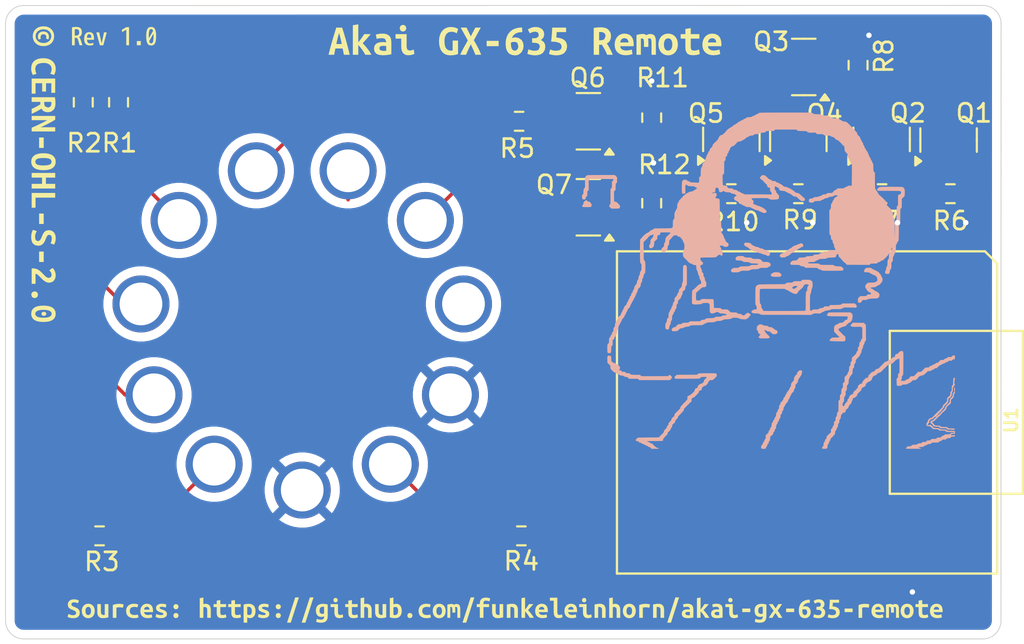
<source format=kicad_pcb>
(kicad_pcb (version 20241229) (generator "pcbnew") (generator_version "9.0")
  (layers (0 "F.Cu" signal) (2 "B.Cu" signal) (13 "F.Paste" user) (15 "B.Paste" user) (5 "F.SilkS" user "F.Silkscreen") (7 "B.SilkS" user "B.Silkscreen") (1 "F.Mask" user) (3 "B.Mask" user) (25 "Edge.Cuts" user))
  (net 0 "")
  (net 1 "/RWD")
  (net 2 "/REV")
  (net 3 "/FWD")
  (net 4 "/STOP")
  (net 5 "/FF")
  (net 6 "unconnected-(J1-Pin_1-Pad1)")
  (net 7 "GND")
  (net 9 "/PAUSE")
  (net 10 "/REC")
  (net 11 "Net-(Q1-G)")
  (net 12 "Net-(Q2-G)")
  (net 13 "Net-(Q3-D)")
  (net 14 "Net-(Q3-G)")
  (net 15 "Net-(Q4-G)")
  (net 16 "Net-(Q5-G)")
  (net 17 "Net-(Q6-G)")
  (net 18 "Net-(Q6-D)")
  (net 19 "Net-(Q7-G)")
  (net 26 "Net-(Q7-D)")
  (net 27 "Net-(Q4-D)")
  (net 28 "Net-(Q1-D)")
  (footprint "kibuzzard-67B602E2" (layer "F.Cu") (at 124.3 88.7 -90)
    (property "Reference" "kibuzzard-67B602E2" (hide yes))
    (property "Value" "G***" (hide yes))
  )
  (footprint "Resistor_SMD:R_0603_1608Metric" (layer "F.Cu") (at 157.9 84.7 -90)
    (property "Reference" "R11" (at -2.2 -0.6 0) (layer "F.SilkS"))
    (property "Value" "100K")
    (pad "1" smd roundrect (at -0.825 0 270) (size 0.8 0.95) (layers "F.Cu" "F.Mask" "F.Paste") (net 7 "GND"))
    (pad "2" smd roundrect (at 0.825 0 270) (size 0.8 0.95) (layers "F.Cu" "F.Mask" "F.Paste") (net 17 "Net-(Q6-G)"))
  )
  (footprint "Package_TO_SOT_SMD:SOT-23" (layer "F.Cu") (at 166 85.9 90)
    (property "Reference" "Q4" (at 1.4 1.45 0) (layer "F.SilkS"))
    (property "Value" "T2N7002AK")
    (pad "1" smd roundrect (at -0.9375 -0.95 90) (size 1.475 0.6) (layers "F.Cu" "F.Mask" "F.Paste") (net 15 "Net-(Q4-G)"))
    (pad "2" smd roundrect (at -0.9375 0.95 90) (size 1.475 0.6) (layers "F.Cu" "F.Mask" "F.Paste") (net 7 "GND"))
    (pad "3" smd roundrect (at 0.9375 0 90) (size 1.475 0.6) (layers "F.Cu" "F.Mask" "F.Paste") (net 27 "Net-(Q4-D)"))
  )
  (footprint "Resistor_SMD:R_0603_1608Metric" (layer "F.Cu") (at 150.7 107.8)
    (property "Reference" "R4" (at 0 1.4 0) (layer "F.SilkS"))
    (property "Value" "47R")
    (pad "1" smd roundrect (at -0.825 0) (size 0.8 0.95) (layers "F.Cu" "F.Mask" "F.Paste") (net 10 "/REC"))
    (pad "2" smd roundrect (at 0.825 0) (size 0.8 0.95) (layers "F.Cu" "F.Mask" "F.Paste") (net 26 "Net-(Q7-D)"))
  )
  (footprint "kibuzzard-68D13955" (layer "F.Cu") (at 128.2 80.2)
    (property "Reference" "kibuzzard-68D13955" (hide yes))
    (property "Value" "G***" (hide yes))
  )
  (footprint "Resistor_SMD:R_0603_1608Metric" (layer "F.Cu") (at 157.9 89.425 -90)
    (property "Reference" "R12" (at -2.125 -0.7 180) (layer "F.SilkS"))
    (property "Value" "100K")
    (pad "1" smd roundrect (at -0.825 0 270) (size 0.8 0.95) (layers "F.Cu" "F.Mask" "F.Paste") (net 7 "GND"))
    (pad "2" smd roundrect (at 0.825 0 270) (size 0.8 0.95) (layers "F.Cu" "F.Mask" "F.Paste") (net 19 "Net-(Q7-G)"))
  )
  (footprint "xiao ESP32C3_PCB:MOUDLE14P-SMD-2.54-21X17.8MM" (layer "F.Cu") (at 155.98075 92.0825 -90)
    (property "Reference" "U1" (at 9.3345 -21.7805 270) (layer "F.SilkS") (effects (font (size 0.7 0.7))))
    (property "Value" "MOUDLE-SEEEDUINO-XIAO-ESP32C3")
    (pad "1" smd roundrect (at 0.835 -18.12 270) (size 2.75 2) (layers "F.Cu" "F.Mask" "F.Paste") (roundrect_rratio 0.5) (net 11 "Net-(Q1-G)"))
    (pad "2" smd roundrect (at 0.835 -15.58 270) (size 2.75 2) (layers "F.Cu" "F.Mask" "F.Paste") (roundrect_rratio 0.5) (net 12 "Net-(Q2-G)"))
    (pad "3" smd roundrect (at 0.835 -13.04 270) (size 2.75 2) (layers "F.Cu" "F.Mask" "F.Paste") (roundrect_rratio 0.5) (net 14 "Net-(Q3-G)"))
    (pad "4" smd roundrect (at 0.835 -10.5 270) (size 2.75 2) (layers "F.Cu" "F.Mask" "F.Paste") (roundrect_rratio 0.5) (net 15 "Net-(Q4-G)"))
    (pad "5" smd roundrect (at 0.835 -7.96 270) (size 2.75 2) (layers "F.Cu" "F.Mask" "F.Paste") (roundrect_rratio 0.5) (net 16 "Net-(Q5-G)"))
    (pad "6" smd roundrect (at 0.835 -5.42 270) (size 2.75 2) (layers "F.Cu" "F.Mask" "F.Paste") (roundrect_rratio 0.5) (net 17 "Net-(Q6-G)"))
    (pad "7" smd roundrect (at 0.835 -2.88 270) (size 2.75 2) (layers "F.Cu" "F.Mask" "F.Paste") (roundrect_rratio 0.5) (net 19 "Net-(Q7-G)"))
    (pad "8" smd roundrect (at 17 -2.88 270) (size 2.75 2) (layers "F.Cu" "F.Mask" "F.Paste") (roundrect_rratio 0.5))
    (pad "9" smd roundrect (at 17 -5.42 270) (size 2.75 2) (layers "F.Cu" "F.Mask" "F.Paste") (roundrect_rratio 0.5))
    (pad "10" smd roundrect (at 17 -7.96 270) (size 2.75 2) (layers "F.Cu" "F.Mask" "F.Paste") (roundrect_rratio 0.5))
    (pad "11" smd roundrect (at 17 -10.5 270) (size 2.75 2) (layers "F.Cu" "F.Mask" "F.Paste") (roundrect_rratio 0.5))
    (pad "12" smd roundrect (at 17 -13.04 270) (size 2.75 2) (layers "F.Cu" "F.Mask" "F.Paste") (roundrect_rratio 0.5))
    (pad "13" smd roundrect (at 17 -15.58 270) (size 2.75 2) (layers "F.Cu" "F.Mask" "F.Paste") (roundrect_rratio 0.5) (net 7 "GND"))
    (pad "14" smd roundrect (at 17 -18.12 270) (size 2.75 2) (layers "F.Cu" "F.Mask" "F.Paste") (roundrect_rratio 0.5))
  )
  (footprint "Package_TO_SOT_SMD:SOT-23" (layer "F.Cu") (at 166.3 81.9 180)
    (property "Reference" "Q3" (at 1.8 1.4 0) (layer "F.SilkS"))
    (property "Value" "T2N7002AK")
    (pad "1" smd roundrect (at -0.9375 -0.95 180) (size 1.475 0.6) (layers "F.Cu" "F.Mask" "F.Paste") (net 14 "Net-(Q3-G)"))
    (pad "2" smd roundrect (at -0.9375 0.95 180) (size 1.475 0.6) (layers "F.Cu" "F.Mask" "F.Paste") (net 7 "GND"))
    (pad "3" smd roundrect (at 0.9375 0 180) (size 1.475 0.6) (layers "F.Cu" "F.Mask" "F.Paste") (net 13 "Net-(Q3-D)"))
  )
  (footprint "kibuzzard-67B60253" (layer "F.Cu") (at 149.8 111.9)
    (property "Reference" "kibuzzard-67B60253" (hide yes))
    (property "Value" "G***" (hide yes))
  )
  (footprint "kibuzzard-67B60319" (layer "F.Cu") (at 150.9 80.4)
    (property "Reference" "kibuzzard-67B60319" (hide yes))
    (property "Value" "G***" (hide yes))
  )
  (footprint "Resistor_SMD:R_0603_1608Metric" (layer "F.Cu") (at 169.3 81.8 -90)
    (property "Reference" "R8" (at -0.5 -1.43 90) (layer "F.SilkS"))
    (property "Value" "100K")
    (pad "1" smd roundrect (at -0.825 0 270) (size 0.8 0.95) (layers "F.Cu" "F.Mask" "F.Paste") (net 7 "GND"))
    (pad "2" smd roundrect (at 0.825 0 270) (size 0.8 0.95) (layers "F.Cu" "F.Mask" "F.Paste") (net 14 "Net-(Q3-G)"))
  )
  (footprint "Resistor_SMD:R_0603_1608Metric" (layer "F.Cu") (at 166 88.9 180)
    (property "Reference" "R9" (at -0.1 -1.45 0) (layer "F.SilkS"))
    (property "Value" "100K")
    (pad "1" smd roundrect (at -0.825 0 180) (size 0.8 0.95) (layers "F.Cu" "F.Mask" "F.Paste") (net 7 "GND"))
    (pad "2" smd roundrect (at 0.825 0 180) (size 0.8 0.95) (layers "F.Cu" "F.Mask" "F.Paste") (net 15 "Net-(Q4-G)"))
  )
  (footprint "Package_TO_SOT_SMD:SOT-23" (layer "F.Cu") (at 174.3 85.9375 90)
    (property "Reference" "Q1" (at 1.4875 1.4 180) (layer "F.SilkS"))
    (property "Value" "T2N7002AK")
    (pad "1" smd roundrect (at -0.9375 -0.95 90) (size 1.475 0.6) (layers "F.Cu" "F.Mask" "F.Paste") (net 11 "Net-(Q1-G)"))
    (pad "2" smd roundrect (at -0.9375 0.95 90) (size 1.475 0.6) (layers "F.Cu" "F.Mask" "F.Paste") (net 7 "GND"))
    (pad "3" smd roundrect (at 0.9375 0 90) (size 1.475 0.6) (layers "F.Cu" "F.Mask" "F.Paste") (net 28 "Net-(Q1-D)"))
  )
  (footprint "Resistor_SMD:R_0603_1608Metric" (layer "F.Cu") (at 150.575 84.9)
    (property "Reference" "R5" (at -0.1 1.5 0) (layer "F.SilkS"))
    (property "Value" "47R")
    (pad "1" smd roundrect (at -0.825 0) (size 0.8 0.95) (layers "F.Cu" "F.Mask" "F.Paste") (net 9 "/PAUSE"))
    (pad "2" smd roundrect (at 0.825 0) (size 0.8 0.95) (layers "F.Cu" "F.Mask" "F.Paste") (net 18 "Net-(Q6-D)"))
  )
  (footprint "Resistor_SMD:R_0603_1608Metric" (layer "F.Cu") (at 170.625 88.9 180)
    (property "Reference" "R7" (at 0.025 -1.5 0) (layer "F.SilkS"))
    (property "Value" "100K")
    (pad "1" smd roundrect (at -0.825 0 180) (size 0.8 0.95) (layers "F.Cu" "F.Mask" "F.Paste") (net 7 "GND"))
    (pad "2" smd roundrect (at 0.825 0 180) (size 0.8 0.95) (layers "F.Cu" "F.Mask" "F.Paste") (net 12 "Net-(Q2-G)"))
  )
  (footprint "Resistor_SMD:R_0603_1608Metric" (layer "F.Cu") (at 174.4 88.9 180)
    (property "Reference" "R6" (at 0 -1.5 0) (layer "F.SilkS"))
    (property "Value" "100K")
    (pad "1" smd roundrect (at -0.825 0 180) (size 0.8 0.95) (layers "F.Cu" "F.Mask" "F.Paste") (net 7 "GND"))
    (pad "2" smd roundrect (at 0.825 0 180) (size 0.8 0.95) (layers "F.Cu" "F.Mask" "F.Paste") (net 11 "Net-(Q1-G)"))
  )
  (footprint "Resistor_SMD:R_0603_1608Metric" (layer "F.Cu") (at 126.5 83.85 90)
    (property "Reference" "R2" (at -2.25 0.05 180) (layer "F.SilkS"))
    (property "Value" "47R")
    (pad "1" smd roundrect (at -0.825 0 90) (size 0.8 0.95) (layers "F.Cu" "F.Mask" "F.Paste") (net 2 "/REV"))
    (pad "2" smd roundrect (at 0.825 0 90) (size 0.8 0.95) (layers "F.Cu" "F.Mask" "F.Paste") (net 13 "Net-(Q3-D)"))
  )
  (footprint "Package_TO_SOT_SMD:SOT-23" (layer "F.Cu") (at 154.4 89.65 180)
    (property "Reference" "Q7" (at 1.9 1.25 0) (layer "F.SilkS"))
    (property "Value" "T2N7002AK")
    (pad "1" smd roundrect (at -0.9375 -0.95 180) (size 1.475 0.6) (layers "F.Cu" "F.Mask" "F.Paste") (net 19 "Net-(Q7-G)"))
    (pad "2" smd roundrect (at -0.9375 0.95 180) (size 1.475 0.6) (layers "F.Cu" "F.Mask" "F.Paste") (net 7 "GND"))
    (pad "3" smd roundrect (at 0.9375 0 180) (size 1.475 0.6) (layers "F.Cu" "F.Mask" "F.Paste") (net 26 "Net-(Q7-D)"))
  )
  (footprint "akai_gx_635_remote_control_port:AKAI_GX_635_REMOTE_CONTROL_PORT" (layer "F.Cu") (at 138.595 96.27)
    (property "Reference" "J1" (hide yes))
    (property "Value" "Conn_01x11")
    (pad "1" thru_hole oval (at 2.535593 -8.635436) (size 3.15 3.15) (drill 2.36) (layers "*.Cu" "*.Mask") (net 6 "unconnected-(J1-Pin_1-Pad1)"))
    (pad "2" thru_hole oval (at 6.801746 -5.893746) (size 3.15 3.15) (drill 2.36) (layers "*.Cu" "*.Mask") (net 9 "/PAUSE"))
    (pad "3" thru_hole oval (at 8.908392 -1.280833) (size 3.15 3.15) (drill 2.36) (layers "*.Cu" "*.Mask"))
    (pad "4" thru_hole oval (at 8.186687 3.738735) (size 3.15 3.15) (drill 2.36) (layers "*.Cu" "*.Mask") (net 7 "GND"))
    (pad "5" thru_hole oval (at 4.865767 7.571281) (size 3.15 3.15) (drill 2.36) (layers "*.Cu" "*.Mask") (net 10 "/REC"))
    (pad "6" thru_hole oval (at 0 9) (size 3.15 3.15) (drill 2.36) (layers "*.Cu" "*.Mask") (net 7 "GND"))
    (pad "7" thru_hole oval (at -4.865767 7.571281) (size 3.15 3.15) (drill 2.36) (layers "*.Cu" "*.Mask") (net 4 "/STOP"))
    (pad "8" thru_hole oval (at -8.186687 3.738735) (size 3.15 3.15) (drill 2.36) (layers "*.Cu" "*.Mask") (net 1 "/RWD"))
    (pad "9" thru_hole oval (at -8.908392 -1.280833) (size 3.15 3.15) (drill 2.36) (layers "*.Cu" "*.Mask") (net 2 "/REV"))
    (pad "10" thru_hole oval (at -6.801746 -5.893746) (size 3.15 3.15) (drill 2.36) (layers "*.Cu" "*.Mask") (net 3 "/FWD"))
    (pad "11" thru_hole oval (at -2.535593 -8.635436) (size 3.15 3.15) (drill 2.36) (layers "*.Cu" "*.Mask") (net 5 "/FF"))
  )
  (footprint "kibuzzard-67B602EE" (layer "F.Cu") (at 124.3 80.2 -90)
    (property "Reference" "kibuzzard-67B602EE" (hide yes))
    (property "Value" "G***" (hide yes))
  )
  (footprint "Package_TO_SOT_SMD:SOT-23" (layer "F.Cu") (at 162.3 85.9 90)
    (property "Reference" "Q5" (at 1.4375 -1.4 0) (layer "F.SilkS"))
    (property "Value" "T2N7002AK")
    (pad "1" smd roundrect (at -0.9375 -0.95 90) (size 1.475 0.6) (layers "F.Cu" "F.Mask" "F.Paste") (net 16 "Net-(Q5-G)"))
    (pad "2" smd roundrect (at -0.9375 0.95 90) (size 1.475 0.6) (layers "F.Cu" "F.Mask" "F.Paste") (net 7 "GND"))
    (pad "3" smd roundrect (at 0.9375 0 90) (size 1.475 0.6) (layers "F.Cu" "F.Mask" "F.Paste") (net 5 "/FF"))
  )
  (footprint "Resistor_SMD:R_0603_1608Metric" (layer "F.Cu") (at 162.3 88.9 180)
    (property "Reference" "R10" (at -0.1 -1.55 0) (layer "F.SilkS"))
    (property "Value" "100K")
    (pad "1" smd roundrect (at -0.825 0 180) (size 0.8 0.95) (layers "F.Cu" "F.Mask" "F.Paste") (net 7 "GND"))
    (pad "2" smd roundrect (at 0.825 0 180) (size 0.8 0.95) (layers "F.Cu" "F.Mask" "F.Paste") (net 16 "Net-(Q5-G)"))
  )
  (footprint "Package_TO_SOT_SMD:SOT-23" (layer "F.Cu") (at 170.6 85.9 90)
    (property "Reference" "Q2" (at 1.45 1.45 180) (layer "F.SilkS"))
    (property "Value" "T2N7002AK")
    (pad "1" smd roundrect (at -0.9375 -0.95 90) (size 1.475 0.6) (layers "F.Cu" "F.Mask" "F.Paste") (net 12 "Net-(Q2-G)"))
    (pad "2" smd roundrect (at -0.9375 0.95 90) (size 1.475 0.6) (layers "F.Cu" "F.Mask" "F.Paste") (net 7 "GND"))
    (pad "3" smd roundrect (at 0.9375 0 90) (size 1.475 0.6) (layers "F.Cu" "F.Mask" "F.Paste") (net 1 "/RWD"))
  )
  (footprint "Package_TO_SOT_SMD:SOT-23" (layer "F.Cu") (at 154.4 84.9 180)
    (property "Reference" "Q6" (at 0.0375 2.4 0) (layer "F.SilkS"))
    (property "Value" "T2N7002AK")
    (pad "1" smd roundrect (at -0.9375 -0.95 180) (size 1.475 0.6) (layers "F.Cu" "F.Mask" "F.Paste") (net 17 "Net-(Q6-G)"))
    (pad "2" smd roundrect (at -0.9375 0.95 180) (size 1.475 0.6) (layers "F.Cu" "F.Mask" "F.Paste") (net 7 "GND"))
    (pad "3" smd roundrect (at 0.9375 0 180) (size 1.475 0.6) (layers "F.Cu" "F.Mask" "F.Paste") (net 18 "Net-(Q6-D)"))
  )
  (footprint "Resistor_SMD:R_0603_1608Metric" (layer "F.Cu") (at 127.4 107.8 180)
    (property "Reference" "R3" (at -0.125 -1.43 0) (layer "F.SilkS"))
    (property "Value" "47R")
    (pad "1" smd roundrect (at -0.825 0 180) (size 0.8 0.95) (layers "F.Cu" "F.Mask" "F.Paste") (net 4 "/STOP"))
    (pad "2" smd roundrect (at 0.825 0 180) (size 0.8 0.95) (layers "F.Cu" "F.Mask" "F.Paste") (net 28 "Net-(Q1-D)"))
  )
  (footprint "Resistor_SMD:R_0603_1608Metric" (layer "F.Cu") (at 128.45 83.85 90)
    (property "Reference" "R1" (at -2.25 0.05 180) (layer "F.SilkS"))
    (property "Value" "47R")
    (pad "1" smd roundrect (at -0.825 0 90) (size 0.8 0.95) (layers "F.Cu" "F.Mask" "F.Paste") (net 3 "/FWD"))
    (pad "2" smd roundrect (at 0.825 0 90) (size 0.8 0.95) (layers "F.Cu" "F.Mask" "F.Paste") (net 27 "Net-(Q4-D)"))
  )
  (footprint "LOGO" (layer "B.Cu") (at 164.3 93.1 180)
    (property "Reference" "G***" (hide yes))
    (property "Value" "LOGO" (hide yes))
  )
  (gr_arc (start 176.2 78.5) (mid 176.907107 78.792893) (end 177.2 79.5) (stroke (width 0.05)) (layer "Edge.Cuts"))
  (gr_line (start 177.2 79.5) (end 177.192893 112.492893) (stroke (width 0.05)) (layer "Edge.Cuts"))
  (gr_arc (start 177.192893 112.492893) (mid 176.9 113.2) (end 176.192893 113.492893) (stroke (width 0.05)) (layer "Edge.Cuts"))
  (gr_line (start 123.207107 78.507107) (end 176.2 78.5) (stroke (width 0.05)) (layer "Edge.Cuts"))
  (gr_arc (start 122.207107 79.507107) (mid 122.5 78.8) (end 123.207107 78.507107) (stroke (width 0.05)) (layer "Edge.Cuts"))
  (gr_line (start 176.192893 113.492893) (end 123.207107 113.492893) (stroke (width 0.05)) (layer "Edge.Cuts"))
  (gr_line (start 122.207107 112.492893) (end 122.207107 79.507107) (stroke (width 0.05)) (layer "Edge.Cuts"))
  (gr_arc (start 123.207107 113.492893) (mid 122.5 113.2) (end 122.207107 112.492893) (stroke (width 0.05)) (layer "Edge.Cuts"))
  (segment (start 125.624 82.711936) (end 128.785936 79.55) (width 0.2) (layer "F.Cu") (net 1))
  (segment (start 128.808735 100.008735) (end 125.624 96.824) (width 0.2) (layer "F.Cu") (net 1))
  (segment (start 170.6 79.8) (end 170.6 84.9625) (width 0.2) (layer "F.Cu") (net 1))
  (segment (start 130.408313 100.008735) (end 128.808735 100.008735) (width 0.2) (layer "F.Cu") (net 1))
  (segment (start 128.785936 79.55) (end 170.35 79.55) (width 0.2) (layer "F.Cu") (net 1))
  (segment (start 125.624 96.824) (end 125.624 82.711936) (width 0.2) (layer "F.Cu") (net 1))
  (segment (start 170.35 79.55) (end 170.6 79.8) (width 0.2) (layer "F.Cu") (net 1))
  (segment (start 129.686608 94.989167) (end 128.689167 94.989167) (width 0.2) (layer "F.Cu") (net 2))
  (segment (start 128.689167 94.989167) (end 126.4 92.7) (width 0.2) (layer "F.Cu") (net 2))
  (segment (start 126.4 92.7) (end 126.4 85.025) (width 0.2) (layer "F.Cu") (net 2))
  (segment (start 128.5 84.425) (end 128.5 87.083) (width 0.2) (layer "F.Cu") (net 3))
  (segment (start 128.5 87.083) (end 131.793254 90.376254) (width 0.2) (layer "F.Cu") (net 3))
  (segment (start 129.770514 107.8) (end 128.225 107.8) (width 0.2) (layer "F.Cu") (net 4))
  (segment (start 133.729233 103.841281) (end 129.770514 107.8) (width 0.2) (layer "F.Cu") (net 4))
  (segment (start 162.3 84.9625) (end 162.3 84.225001) (width 0.2) (layer "F.Cu") (net 5))
  (segment (start 136.059407 87.634564) (end 141.619971 82.074) (width 0.2) (layer "F.Cu") (net 5))
  (segment (start 162.3 84.225001) (end 160.148999 82.074) (width 0.2) (layer "F.Cu") (net 5))
  (segment (start 160.148999 82.074) (end 142.6 82.074) (width 0.2) (layer "F.Cu") (net 5))
  (segment (start 141.619971 82.074) (end 142.6 82.074) (width 0.2) (layer "F.Cu") (net 5))
  (segment (start 141.130593 87.634564) (end 141.130593 89.230593) (width 0.2) (layer "F.Cu") (net 6))
  (segment (start 163.125 88.9) (end 163.125 90.475) (width 0.2) (layer "F.Cu") (net 7))
  (segment (start 167.2375 80.95) (end 169.275 80.95) (width 0.2) (layer "F.Cu") (net 7))
  (segment (start 163.25 88.775) (end 163.125 88.9) (width 0.2) (layer "F.Cu") (net 7))
  (segment (start 169.275 80.95) (end 169.3 80.975) (width 0.2) (layer "F.Cu") (net 7))
  (segment (start 169.3 80.975) (end 169.3 80.75) (width 0.2) (layer "F.Cu") (net 7))
  (segment (start 171.56075 109.0825) (end 171.56075 110.16075) (width 0.2) (layer "F.Cu") (net 7))
  (segment (start 175.225 88.9) (end 175.225 90.475) (width 0.2) (layer "F.Cu") (net 7))
  (segment (start 157.8 88.7) (end 157.9 88.6) (width 0.2) (layer "F.Cu") (net 7))
  (segment (start 163.125 90.475) (end 163.15 90.5) (width 0.2) (layer "F.Cu") (net 7))
  (segment (start 171.56075 110.16075) (end 172.3 110.9) (width 0.2) (layer "F.Cu") (net 7))
  (segment (start 157.675 88.7) (end 157.9 88.475) (width 0.2) (layer "F.Cu") (net 7))
  (segment (start 169.3 80.75) (end 169.9 80.15) (width 0.2) (layer "F.Cu") (net 7))
  (segment (start 175.25 88.875) (end 175.225 88.9) (width 0.2) (layer "F.Cu") (net 7))
  (segment (start 171.55 88.8) (end 171.45 88.9) (width 0.2) (layer "F.Cu") (net 7))
  (segment (start 155.3375 88.7) (end 157.8 88.7) (width 0.2) (layer "F.Cu") (net 7))
  (segment (start 171.45 90.475735) (end 171.474265 90.5) (width 0.2) (layer "F.Cu") (net 7))
  (segment (start 175.25 86.875) (end 175.25 88.875) (width 0.2) (layer "F.Cu") (net 7))
  (segment (start 175.3 88.975) (end 175.225 88.9) (width 0.2) (layer "F.Cu") (net 7))
  (segment (start 166.95 88.775) (end 166.825 88.9) (width 0.2) (layer "F.Cu") (net 7))
  (segment (start 158 88.5) (end 157.9 88.6) (width 0.2) (layer "F.Cu") (net 7))
  (segment (start 157.825 83.95) (end 157.9 83.875) (width 0.2) (layer "F.Cu") (net 7))
  (segment (start 171.55 86.8375) (end 171.55 88.8) (width 0.2) (layer "F.Cu") (net 7))
  (segment (start 166.95 86.8375) (end 166.95 88.775) (width 0.2) (layer "F.Cu") (net 7))
  (segment (start 157.9 83.875) (end 157.9 82.674) (width 0.2) (layer "F.Cu") (net 7))
  (segment (start 158 87.2) (end 158 88.5) (width 0.2) (layer "F.Cu") (net 7))
  (segment (start 163.25 86.8375) (end 163.25 88.775) (width 0.2) (layer "F.Cu") (net 7))
  (segment (start 166.825 88.9) (end 166.825 90.475) (width 0.2) (layer "F.Cu") (net 7))
  (segment (start 175.225 90.475) (end 175.25 90.5) (width 0.2) (layer "F.Cu") (net 7))
  (segment (start 171.474265 88.924265) (end 171.45 88.9) (width 0.2) (layer "F.Cu") (net 7))
  (segment (start 166.825 90.475) (end 166.8 90.5) (width 0.2) (layer "F.Cu") (net 7))
  (segment (start 171.45 88.9) (end 171.45 90.475735) (width 0.2) (layer "F.Cu") (net 7))
  (segment (start 155.3375 83.95) (end 157.825 83.95) (width 0.2) (layer "F.Cu") (net 7))
  (via (at 169.9 80.15) (size 0.6) (drill 0.3) (layers "F.Cu" "B.Cu") (net 7))
  (via (at 157.9 82.674) (size 0.6) (drill 0.3) (layers "F.Cu" "B.Cu") (net 7))
  (via (at 166.8 90.5) (size 0.6) (drill 0.3) (layers "F.Cu" "B.Cu") (net 7))
  (via (at 172.3 110.9) (size 0.6) (drill 0.3) (layers "F.Cu" "B.Cu") (net 7))
  (via (at 175.25 90.5) (size 0.6) (drill 0.3) (layers "F.Cu" "B.Cu") (net 7))
  (via (at 171.474265 90.5) (size 0.6) (drill 0.3) (layers "F.Cu" "B.Cu") (net 7))
  (via (at 163.15 90.5) (size 0.6) (drill 0.3) (layers "F.Cu" "B.Cu") (net 7))
  (via (at 158 87.2) (size 0.6) (drill 0.3) (layers "F.Cu" "B.Cu") (net 7))
  (segment (start 145.396746 90.078254) (end 145.396746 90.376254) (width 0.2) (layer "F.Cu") (net 9))
  (segment (start 145.396746 90.376254) (end 149.75 86.023) (width 0.2) (layer "F.Cu") (net 9))
  (segment (start 149.75 86.023) (end 149.75 84.9) (width 0.2) (layer "F.Cu") (net 9))
  (segment (start 143.460767 103.841281) (end 147.419486 107.8) (width 0.2) (layer "F.Cu") (net 10))
  (segment (start 147.419486 107.8) (end 149.875 107.8) (width 0.2) (layer "F.Cu") (net 10))
  (segment (start 174.10075 90.90075) (end 174.10075 92.9175) (width 0.2) (layer "F.Cu") (net 11))
  (segment (start 173.35 86.875) (end 173.35 88.675) (width 0.2) (layer "F.Cu") (net 11))
  (segment (start 173.575 90.375) (end 174.10075 90.90075) (width 0.2) (layer "F.Cu") (net 11))
  (segment (start 173.35 88.675) (end 173.575 88.9) (width 0.2) (layer "F.Cu") (net 11))
  (segment (start 173.575 88.9) (end 173.575 90.375) (width 0.2) (layer "F.Cu") (net 11))
  (segment (start 169.8 88.9) (end 169.8 89.675678) (width 0.2) (layer "F.Cu") (net 12))
  (segment (start 169.8 89.675678) (end 171.56075 91.436428) (width 0.2) (layer "F.Cu") (net 12))
  (segment (start 171.56075 91.436428) (end 171.56075 92.9175) (width 0.2) (layer "F.Cu") (net 12))
  (segment (start 169.65 86.8375) (end 169.65 88.75) (width 0.2) (layer "F.Cu") (net 12))
  (segment (start 126.5 83.025) (end 126.5 82.5) (width 0.2) (layer "F.Cu") (net 13))
  (segment (start 126.5 82.5) (end 129.05 79.95) (width 0.2) (layer "F.Cu") (net 13))
  (segment (start 129.05 79.95) (end 163.4125 79.95) (width 0.2) (layer "F.Cu") (net 13))
  (segment (start 163.4125 79.95) (end 165.3625 81.9) (width 0.2) (layer "F.Cu") (net 13))
  (segment (start 169.075 82.85) (end 169.3 82.625) (width 0.2) (layer "F.Cu") (net 14))
  (segment (start 167.2375 82.85) (end 169.075 82.85) (width 0.2) (layer "F.Cu") (net 14))
  (segment (start 169.02075 91.32075) (end 169.02075 92.9175) (width 0.2) (layer "F.Cu") (net 14))
  (segment (start 168.2 84.4) (end 168.2 90.5) (width 0.2) (layer "F.Cu") (net 14))
  (segment (start 169.3 82.625) (end 169.3 83.3) (width 0.2) (layer "F.Cu") (net 14))
  (segment (start 168.2 90.5) (end 169.02075 91.32075) (width 0.2) (layer "F.Cu") (net 14))
  (segment (start 169.3 83.3) (end 168.2 84.4) (width 0.2) (layer "F.Cu") (net 14))
  (segment (start 165.05 86.8375) (end 165.05 88.775) (width 0.2) (layer "F.Cu") (net 15))
  (segment (start 165.05 88.775) (end 165.175 88.9) (width 0.2) (layer "F.Cu") (net 15))
  (segment (start 166.48075 91.40575) (end 166.48075 92.9175) (width 0.2) (layer "F.Cu") (net 15))
  (segment (start 166.48075 92.9175) (end 167.05 92.34825) (width 0.2) (layer "F.Cu") (net 15))
  (segment (start 165.175 90.1) (end 166.48075 91.40575) (width 0.2) (layer "F.Cu") (net 15))
  (segment (start 165.175 88.9) (end 165.175 90.1) (width 0.2) (layer "F.Cu") (net 15))
  (segment (start 162.925057 91.125) (end 163.725 91.125) (width 0.2) (layer "F.Cu") (net 16))
  (segment (start 161.35 88.775) (end 161.475 88.9) (width 0.2) (layer "F.Cu") (net 16))
  (segment (start 161.475 88.9) (end 161.475 89.674943) (width 0.2) (layer "F.Cu") (net 16))
  (segment (start 161.35 86.8375) (end 161.35 88.775) (width 0.2) (layer "F.Cu") (net 16))
  (segment (start 163.725 91.125) (end 163.94075 91.34075) (width 0.2) (layer "F.Cu") (net 16))
  (segment (start 163.94075 91.34075) (end 163.94075 92.9175) (width 0.2) (layer "F.Cu") (net 16))
  (segment (start 161.475 89.674943) (end 162.925057 91.125) (width 0.2) (layer "F.Cu") (net 16))
  (segment (start 157.9 85.525) (end 159.1 86.725) (width 0.2) (layer "F.Cu") (net 17))
  (segment (start 157.65 85.85) (end 157.975 85.525) (width 0.2) (layer "F.Cu") (net 17))
  (segment (start 161.40075 91.40075) (end 161.40075 92.9175) (width 0.2) (layer "F.Cu") (net 17))
  (segment (start 155.3375 85.85) (end 157.575 85.85) (width 0.2) (layer "F.Cu") (net 17))
  (segment (start 157.575 85.85) (end 157.9 85.525) (width 0.2) (layer "F.Cu") (net 17))
  (segment (start 159.1 86.725) (end 159.1 89.1) (width 0.2) (layer "F.Cu") (net 17))
  (segment (start 159.1 89.1) (end 161.40075 91.40075) (width 0.2) (layer "F.Cu") (net 17))
  (segment (start 153.4625 84.9) (end 151.4 84.9) (width 0.2) (layer "F.Cu") (net 18))
  (segment (start 157.9 90.5) (end 158.86075 91.46075) (width 0.2) (layer "F.Cu") (net 19))
  (segment (start 158.86075 91.46075) (end 158.86075 92.9175) (width 0.2) (layer "F.Cu") (net 19))
  (segment (start 155.3375 90.45) (end 156.575 90.45) (width 0.2) (layer "F.Cu") (net 19))
  (segment (start 156.9 90.125) (end 157.9 90.125) (width 0.2) (layer "F.Cu") (net 19))
  (segment (start 157.9 90.125) (end 157.9 90.5) (width 0.2) (layer "F.Cu") (net 19))
  (segment (start 156.575 90.45) (end 156.9 90.125) (width 0.2) (layer "F.Cu") (net 19))
  (segment (start 152.45 89.65) (end 151.525 90.575) (width 0.2) (layer "F.Cu") (net 26))
  (segment (start 151.525 90.575) (end 151.525 107.8) (width 0.2) (layer "F.Cu") (net 26))
  (segment (start 153.4625 89.65) (end 152.45 89.65) (width 0.2) (layer "F.Cu") (net 26))
  (segment (start 162.4875 81.45) (end 166 84.9625) (width 0.2) (layer "F.Cu") (net 27))
  (segment (start 128.45 83.025) (end 128.475 83.025) (width 0.2) (layer "F.Cu") (net 27))
  (segment (start 128.475 83.025) (end 130.05 81.45) (width 0.2) (layer "F.Cu") (net 27))
  (segment (start 130.05 81.45) (end 162.4875 81.45) (width 0.2) (layer "F.Cu") (net 27))
  (segment (start 126.575 107.8) (end 126.575 107.675) (width 0.2) (layer "F.Cu") (net 28))
  (segment (start 174.3 85) (end 174.3 82.3) (width 0.2) (layer "F.Cu") (net 28))
  (segment (start 128.6 79.15) (end 125.223 82.527) (width 0.2) (layer "F.Cu") (net 28))
  (segment (start 171.15 79.15) (end 128.6 79.15) (width 0.2) (layer "F.Cu") (net 28))
  (segment (start 125.223 82.527) (end 125.223 106.323) (width 0.2) (layer "F.Cu") (net 28))
  (segment (start 174.3 82.3) (end 171.15 79.15) (width 0.2) (layer "F.Cu") (net 28))
  (segment (start 126.575 107.675) (end 125.223 106.323) (width 0.2) (layer "F.Cu") (net 28))
  (zone (net 7) (net_name "GND") (layer "B.Cu") (connect_pads (clearance 0.5)) (min_thickness 0.25) (fill yes (thermal_gap 0.5) (thermal_bridge_width 0.5))
    (polygon (pts (xy 177.4 78.3) (xy 121.9 78.2) (xy 121.9 113.8) (xy 177.4 113.7)))
  )
)
</source>
